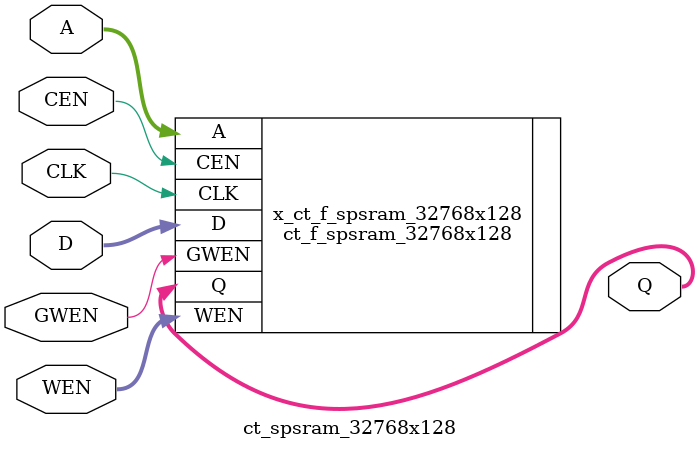
<source format=v>
/*Copyright 2019-2021 T-Head Semiconductor Co., Ltd.

Licensed under the Apache License, Version 2.0 (the "License");
you may not use this file except in compliance with the License.
You may obtain a copy of the License at

    http://www.apache.org/licenses/LICENSE-2.0

Unless required by applicable law or agreed to in writing, software
distributed under the License is distributed on an "AS IS" BASIS,
WITHOUT WARRANTIES OR CONDITIONS OF ANY KIND, either express or implied.
See the License for the specific language governing permissions and
limitations under the License.
*/

// &ModuleBeg; @22
module ct_spsram_32768x128(
  A,
  CEN,
  CLK,
  D,
  GWEN,
  Q,
  WEN
);

// &Ports; @23
input   [14 :0]  A;   
input            CEN; 
input            CLK; 
input   [127:0]  D;   
input            GWEN; 
input   [127:0]  WEN; 
output  [127:0]  Q;   

// &Regs; @24

// &Wires; @25
wire    [14 :0]  A;   
wire             CEN; 
wire             CLK; 
wire    [127:0]  D;   
wire             GWEN; 
wire    [127:0]  Q;   
wire    [127:0]  WEN; 


//**********************************************************
//                  Parameter Definition
//**********************************************************
parameter ADDR_WIDTH = 15;
parameter DATA_WIDTH = 128;
parameter WE_WIDTH   = 128;

// &Force("bus","Q",DATA_WIDTH-1,0); @34
// &Force("bus","WEN",WE_WIDTH-1,0); @35
// &Force("bus","A",ADDR_WIDTH-1,0); @36
// &Force("bus","D",DATA_WIDTH-1,0); @37

  //********************************************************
  //*                        FPGA memory                   *
  //********************************************************
//   &Instance("ct_f_spsram_32768x128"); @43
ct_f_spsram_32768x128  x_ct_f_spsram_32768x128 (
  .A    (A   ),
  .CEN  (CEN ),
  .CLK  (CLK ),
  .D    (D   ),
  .GWEN (GWEN),
  .Q    (Q   ),
  .WEN  (WEN )
);

//   &Instance("ct_tsmc_spsram_32768x128"); @49

// &ModuleEnd; @65
endmodule



</source>
